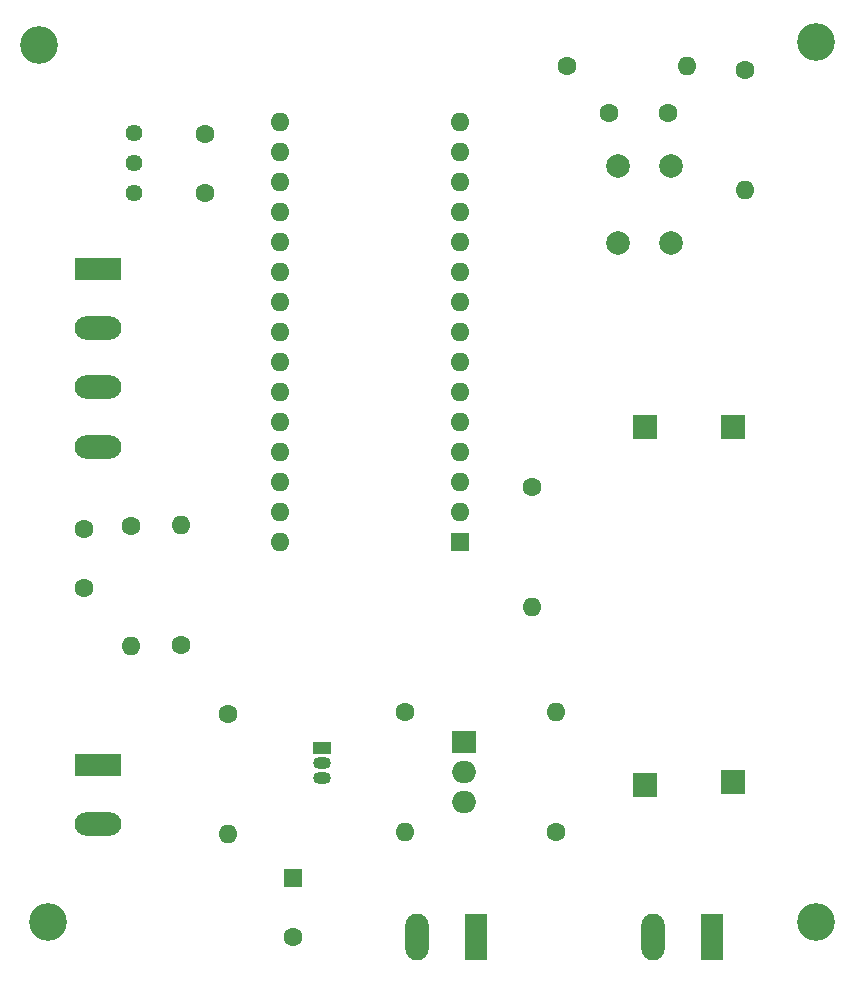
<source format=gts>
G04 #@! TF.GenerationSoftware,KiCad,Pcbnew,6.0.2+dfsg-1*
G04 #@! TF.CreationDate,2023-09-01T16:31:59+02:00*
G04 #@! TF.ProjectId,WLS5,574c5335-2e6b-4696-9361-645f70636258,rev?*
G04 #@! TF.SameCoordinates,Original*
G04 #@! TF.FileFunction,Soldermask,Top*
G04 #@! TF.FilePolarity,Negative*
%FSLAX46Y46*%
G04 Gerber Fmt 4.6, Leading zero omitted, Abs format (unit mm)*
G04 Created by KiCad (PCBNEW 6.0.2+dfsg-1) date 2023-09-01 16:31:59*
%MOMM*%
%LPD*%
G01*
G04 APERTURE LIST*
%ADD10C,1.600000*%
%ADD11O,1.600000X1.600000*%
%ADD12R,3.960000X1.980000*%
%ADD13O,3.960000X1.980000*%
%ADD14C,2.000000*%
%ADD15R,1.500000X1.050000*%
%ADD16O,1.500000X1.050000*%
%ADD17R,2.000000X2.000000*%
%ADD18R,1.600000X1.600000*%
%ADD19C,3.200000*%
%ADD20R,1.980000X3.960000*%
%ADD21O,1.980000X3.960000*%
%ADD22C,1.440000*%
%ADD23R,2.000000X1.905000*%
%ADD24O,2.000000X1.905000*%
G04 APERTURE END LIST*
D10*
X132670000Y-54750000D03*
D11*
X142830000Y-54750000D03*
D10*
X147750000Y-55085000D03*
D11*
X147750000Y-65245000D03*
D10*
X136250000Y-58750000D03*
X141250000Y-58750000D03*
D12*
X93000000Y-72000000D03*
D13*
X93000000Y-77000000D03*
X93000000Y-82000000D03*
X93000000Y-87000000D03*
D10*
X118945000Y-109460000D03*
D11*
X118945000Y-119620000D03*
D14*
X141500000Y-63250000D03*
X141500000Y-69750000D03*
X137000000Y-69750000D03*
X137000000Y-63250000D03*
D15*
X111945000Y-112540000D03*
D16*
X111945000Y-113810000D03*
X111945000Y-115080000D03*
D17*
X146750000Y-115375000D03*
D10*
X100000000Y-103830000D03*
D11*
X100000000Y-93670000D03*
D17*
X139250000Y-85375000D03*
D18*
X109500000Y-123500000D03*
D10*
X109500000Y-128500000D03*
D19*
X153750000Y-127250000D03*
D18*
X123610000Y-95050000D03*
D11*
X123610000Y-92510000D03*
X123610000Y-89970000D03*
X123610000Y-87430000D03*
X123610000Y-84890000D03*
X123610000Y-82350000D03*
X123610000Y-79810000D03*
X123610000Y-77270000D03*
X123610000Y-74730000D03*
X123610000Y-72190000D03*
X123610000Y-69650000D03*
X123610000Y-67110000D03*
X123610000Y-64570000D03*
X123610000Y-62030000D03*
X123610000Y-59490000D03*
X108370000Y-59490000D03*
X108370000Y-62030000D03*
X108370000Y-64570000D03*
X108370000Y-67110000D03*
X108370000Y-69650000D03*
X108370000Y-72190000D03*
X108370000Y-74730000D03*
X108370000Y-77270000D03*
X108370000Y-79810000D03*
X108370000Y-82350000D03*
X108370000Y-84890000D03*
X108370000Y-87430000D03*
X108370000Y-89970000D03*
X108370000Y-92510000D03*
X108370000Y-95050000D03*
D19*
X88750000Y-127250000D03*
D12*
X93000000Y-114000000D03*
D13*
X93000000Y-119000000D03*
D10*
X102000000Y-65500000D03*
X102000000Y-60500000D03*
X131750000Y-119620000D03*
D11*
X131750000Y-109460000D03*
D10*
X95750000Y-93750000D03*
D11*
X95750000Y-103910000D03*
D19*
X88000000Y-53000000D03*
D17*
X139250000Y-115625000D03*
D10*
X104000000Y-109670000D03*
D11*
X104000000Y-119830000D03*
D10*
X129750000Y-90420000D03*
D11*
X129750000Y-100580000D03*
D20*
X124945000Y-128540000D03*
D21*
X119945000Y-128540000D03*
D22*
X96000000Y-65550000D03*
X96000000Y-63010000D03*
X96000000Y-60470000D03*
D19*
X153750000Y-52750000D03*
D17*
X146750000Y-85375000D03*
D20*
X145000000Y-128500000D03*
D21*
X140000000Y-128500000D03*
D23*
X124000000Y-112000000D03*
D24*
X124000000Y-114540000D03*
X124000000Y-117080000D03*
D10*
X91750000Y-94000000D03*
X91750000Y-99000000D03*
M02*

</source>
